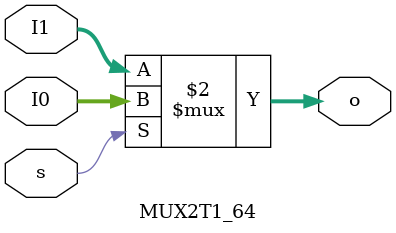
<source format=v>
`timescale 1ns / 1ps


module MUX2T1_64(
    input [63:0]I0,
    input [63:0]I1,
    input s,
    output reg [63:0]o
    );
    
    always @(*) begin
        o <= s ? I0 : I1;
        end
    
endmodule

</source>
